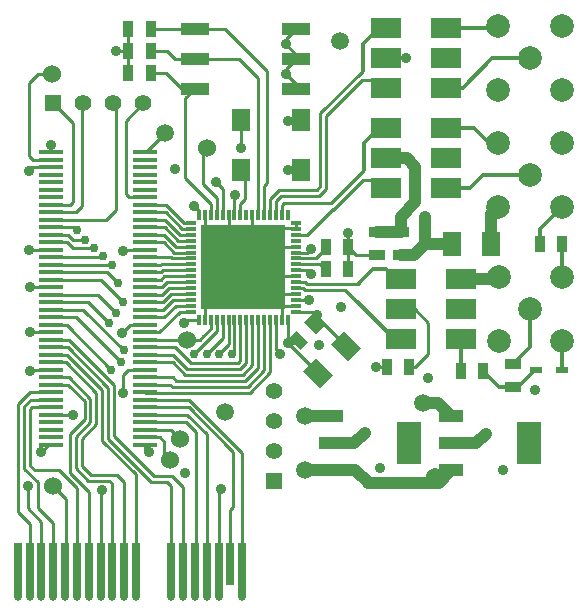
<source format=gtl>
%FSLAX34Y34*%
G04 Gerber Fmt 3.4, Leading zero omitted, Abs format*
G04 (created by PCBNEW (2014-01-02 BZR 4600)-product) date Sun 26 Jan 2014 10:04:54 PM PST*
%MOIN*%
G01*
G70*
G90*
G04 APERTURE LIST*
%ADD10C,0.005906*%
%ADD11R,0.036000X0.012000*%
%ADD12R,0.012000X0.036000*%
%ADD13R,0.285000X0.285000*%
%ADD14C,0.025600*%
%ADD15R,0.025600X0.181100*%
%ADD16R,0.025600X0.141700*%
%ADD17R,0.035000X0.055000*%
%ADD18R,0.060000X0.080000*%
%ADD19R,0.055000X0.035000*%
%ADD20R,0.039400X0.023600*%
%ADD21R,0.061024X0.076772*%
%ADD22R,0.096063X0.044094*%
%ADD23R,0.100000X0.065000*%
%ADD24R,0.080000X0.144000*%
%ADD25R,0.080000X0.040000*%
%ADD26R,0.055000X0.055000*%
%ADD27C,0.055000*%
%ADD28R,0.078740X0.015748*%
%ADD29C,0.060000*%
%ADD30C,0.059100*%
%ADD31C,0.078700*%
%ADD32C,0.035000*%
%ADD33C,0.029528*%
%ADD34C,0.009843*%
%ADD35C,0.010000*%
%ADD36C,0.011811*%
%ADD37C,0.039370*%
G04 APERTURE END LIST*
G54D10*
G54D11*
X6045Y-7201D03*
X6045Y-7401D03*
X6045Y-7601D03*
X6045Y-7791D03*
X6045Y-7991D03*
X6045Y-8191D03*
X6045Y-8381D03*
X6045Y-8581D03*
X6045Y-8781D03*
X6045Y-8981D03*
X6045Y-9171D03*
X6045Y-9371D03*
X6045Y-9571D03*
X6045Y-9761D03*
X6045Y-9961D03*
X6045Y-10161D03*
G54D12*
X6315Y-10431D03*
X6515Y-10431D03*
X6715Y-10431D03*
X6905Y-10431D03*
X7105Y-10431D03*
X7305Y-10431D03*
X7495Y-10431D03*
X7695Y-10431D03*
X7895Y-10431D03*
X8095Y-10431D03*
X8285Y-10431D03*
X8485Y-10431D03*
X8685Y-10431D03*
X8875Y-10431D03*
X9075Y-10431D03*
X9275Y-10431D03*
G54D11*
X9545Y-10161D03*
X9545Y-9961D03*
X9545Y-9761D03*
X9545Y-9571D03*
X9545Y-9371D03*
X9545Y-9171D03*
X9545Y-8981D03*
X9545Y-8781D03*
X9545Y-8581D03*
X9545Y-8381D03*
X9545Y-8191D03*
X9545Y-7991D03*
X9545Y-7791D03*
X9545Y-7601D03*
X9545Y-7401D03*
X9545Y-7201D03*
G54D12*
X9275Y-6931D03*
X9075Y-6931D03*
X8875Y-6931D03*
X8685Y-6931D03*
X8485Y-6931D03*
X8285Y-6931D03*
X8095Y-6931D03*
X7895Y-6931D03*
X7695Y-6931D03*
X7495Y-6931D03*
X7305Y-6931D03*
X7105Y-6931D03*
X6905Y-6931D03*
X6715Y-6931D03*
X6515Y-6931D03*
X6315Y-6931D03*
G54D13*
X7795Y-8681D03*
G54D14*
X7755Y-19685D03*
G54D15*
X275Y-18779D03*
X669Y-18779D03*
X1062Y-18779D03*
X1456Y-18779D03*
X1850Y-18779D03*
X2243Y-18779D03*
X2637Y-18779D03*
X3031Y-18779D03*
X3424Y-18779D03*
X3818Y-18779D03*
X4212Y-18779D03*
X6180Y-18779D03*
X6574Y-18779D03*
X6968Y-18779D03*
G54D16*
X7361Y-18582D03*
G54D15*
X7755Y-18779D03*
X5393Y-18779D03*
X5787Y-18779D03*
G54D14*
X1062Y-19685D03*
X1456Y-19685D03*
X1850Y-19685D03*
X2243Y-19685D03*
X2637Y-19685D03*
X3031Y-19685D03*
X3424Y-19685D03*
X3818Y-19685D03*
X4212Y-19685D03*
X275Y-19685D03*
X5393Y-19685D03*
X5787Y-19685D03*
X6180Y-19685D03*
X6574Y-19685D03*
X6968Y-19685D03*
X669Y-19685D03*
G54D17*
X13327Y-11988D03*
X12577Y-11988D03*
G54D18*
X14743Y-7913D03*
X16043Y-7913D03*
G54D17*
X10530Y-8011D03*
X11280Y-8011D03*
G54D10*
G36*
X10076Y-10263D02*
X10465Y-10652D01*
X10217Y-10899D01*
X9828Y-10510D01*
X10076Y-10263D01*
X10076Y-10263D01*
G37*
G36*
X9546Y-10793D02*
X9934Y-11182D01*
X9687Y-11429D01*
X9298Y-11040D01*
X9546Y-10793D01*
X9546Y-10793D01*
G37*
G36*
X11136Y-10797D02*
X11702Y-11363D01*
X11278Y-11787D01*
X10712Y-11221D01*
X11136Y-10797D01*
X11136Y-10797D01*
G37*
G36*
X10217Y-11716D02*
X10783Y-12282D01*
X10359Y-12706D01*
X9793Y-12140D01*
X10217Y-11716D01*
X10217Y-11716D01*
G37*
G54D19*
X12244Y-7518D03*
X12244Y-8268D03*
G54D17*
X15038Y-12125D03*
X15788Y-12125D03*
G54D19*
X16791Y-12658D03*
X16791Y-11908D03*
G54D20*
X17559Y-12086D03*
X18425Y-12086D03*
G54D21*
X9700Y-3779D03*
X7700Y-3779D03*
X7700Y-5433D03*
X9700Y-5433D03*
G54D22*
X9559Y-2732D03*
X6169Y-2732D03*
X9559Y-1732D03*
X6169Y-1732D03*
X9559Y-732D03*
X6169Y-732D03*
G54D17*
X11280Y-8740D03*
X10530Y-8740D03*
X4705Y-2204D03*
X3955Y-2204D03*
X4705Y-1466D03*
X3955Y-1466D03*
X4705Y-728D03*
X3955Y-728D03*
G54D19*
X13051Y-7518D03*
X13051Y-8268D03*
G54D23*
X14559Y-2696D03*
X14559Y-1696D03*
X14559Y-696D03*
X12559Y-696D03*
X12559Y-1696D03*
X12559Y-2696D03*
X14559Y-6043D03*
X14559Y-5043D03*
X14559Y-4043D03*
X12559Y-4043D03*
X12559Y-5043D03*
X12559Y-6043D03*
G54D24*
X17323Y-14547D03*
G54D25*
X14723Y-14547D03*
X14723Y-15447D03*
X14723Y-13647D03*
G54D24*
X13307Y-14547D03*
G54D25*
X10707Y-14547D03*
X10707Y-15447D03*
X10707Y-13647D03*
G54D17*
X18426Y-7913D03*
X17676Y-7913D03*
G54D26*
X8809Y-15801D03*
G54D27*
X8809Y-14801D03*
X8809Y-13801D03*
X8809Y-12801D03*
G54D28*
X1377Y-4849D03*
X4527Y-4849D03*
X1377Y-5099D03*
X4527Y-5099D03*
X1377Y-5349D03*
X4527Y-5349D03*
X1377Y-5599D03*
X4527Y-5599D03*
X1377Y-5849D03*
X4527Y-5849D03*
X1377Y-6099D03*
X4527Y-6099D03*
X1377Y-6349D03*
X4527Y-6349D03*
X1377Y-6599D03*
X4527Y-6599D03*
X1377Y-6849D03*
X4527Y-6849D03*
X1377Y-7099D03*
X4527Y-7099D03*
X1377Y-7349D03*
X4527Y-7349D03*
X1377Y-7599D03*
X4527Y-7599D03*
X1377Y-7849D03*
X4527Y-7849D03*
X1377Y-8099D03*
X4527Y-8099D03*
X1377Y-8349D03*
X4527Y-8349D03*
X1377Y-8599D03*
X4527Y-8599D03*
X1377Y-8849D03*
X4527Y-8849D03*
X1377Y-9099D03*
X4527Y-9099D03*
X1377Y-9349D03*
X4527Y-9349D03*
X1377Y-9599D03*
X4527Y-9599D03*
X1377Y-9849D03*
X4527Y-9849D03*
X1377Y-10099D03*
X4527Y-10099D03*
X1377Y-10349D03*
X4527Y-10349D03*
X1377Y-10599D03*
X4527Y-10599D03*
X1377Y-10849D03*
X4527Y-10849D03*
X1377Y-11099D03*
X4527Y-11099D03*
X1377Y-11349D03*
X4527Y-11349D03*
X1377Y-11599D03*
X4527Y-11599D03*
X1377Y-11849D03*
X4527Y-11849D03*
X1377Y-12099D03*
X4527Y-12099D03*
X1377Y-12349D03*
X4527Y-12349D03*
X1377Y-12599D03*
X4527Y-12599D03*
X1377Y-12849D03*
X4527Y-12849D03*
X1377Y-13099D03*
X4527Y-13099D03*
X1377Y-13349D03*
X4527Y-13349D03*
X1377Y-13599D03*
X4527Y-13599D03*
X1377Y-13849D03*
X4527Y-13849D03*
X1377Y-14099D03*
X4527Y-14099D03*
X1377Y-14349D03*
X4527Y-14349D03*
X1377Y-14599D03*
X4527Y-14599D03*
G54D26*
X1452Y-3218D03*
G54D27*
X2452Y-3218D03*
X3452Y-3218D03*
X4452Y-3218D03*
G54D29*
X1437Y-15984D03*
X5669Y-14389D03*
G54D30*
X5187Y-4192D03*
G54D29*
X1427Y-2244D03*
X5334Y-15098D03*
G54D30*
X9842Y-15452D03*
X9842Y-13641D03*
G54D29*
X6564Y-4704D03*
X5905Y-11092D03*
G54D30*
X7165Y-13503D03*
X11023Y-1131D03*
X13779Y-13208D03*
G54D23*
X15051Y-11082D03*
X15051Y-10082D03*
X15051Y-9082D03*
X13051Y-9082D03*
X13051Y-10082D03*
X13051Y-11082D03*
G54D31*
X17362Y-10059D03*
X18425Y-11122D03*
X18425Y-8996D03*
X16299Y-8996D03*
X16299Y-11122D03*
X17342Y-5610D03*
X18405Y-6673D03*
X18405Y-4547D03*
X16279Y-4547D03*
X16279Y-6673D03*
X17342Y-1712D03*
X18405Y-2775D03*
X18405Y-649D03*
X16279Y-649D03*
X16279Y-2775D03*
G54D32*
X13956Y-12381D03*
X10039Y-8897D03*
X9980Y-9763D03*
X17519Y-12775D03*
X10039Y-8070D03*
X7519Y-6279D03*
X9271Y-5452D03*
X16456Y-15433D03*
X6874Y-5850D03*
X9212Y-1240D03*
X9212Y-2224D03*
X12362Y-15374D03*
X5826Y-10531D03*
X6141Y-6633D03*
X9271Y-3799D03*
X13208Y-1712D03*
X12204Y-11988D03*
X11279Y-7549D03*
X11043Y-10000D03*
X7716Y-4704D03*
X5511Y-5393D03*
X3543Y-1476D03*
X639Y-5472D03*
X3789Y-12883D03*
X2125Y-13602D03*
X3080Y-16102D03*
X7057Y-16053D03*
X5846Y-15521D03*
X3779Y-8120D03*
X659Y-8100D03*
X669Y-9350D03*
X3740Y-10885D03*
X669Y-10846D03*
X669Y-12145D03*
X610Y-15964D03*
X10314Y-11279D03*
X6653Y-9153D03*
X7519Y-9153D03*
X6653Y-8287D03*
X7519Y-8287D03*
X8425Y-8287D03*
X9015Y-8287D03*
X9015Y-9153D03*
X8425Y-9153D03*
X9015Y-9822D03*
X8425Y-9822D03*
X7519Y-9822D03*
X6653Y-9822D03*
X9015Y-7539D03*
X8425Y-7539D03*
X7519Y-7539D03*
X6653Y-7539D03*
X15866Y-14232D03*
X11850Y-14192D03*
X10236Y-10255D03*
X9291Y-11200D03*
X4645Y-14842D03*
X1062Y-14842D03*
G54D33*
X3385Y-12086D03*
X3700Y-11830D03*
X3799Y-11437D03*
X3307Y-10531D03*
X3543Y-10196D03*
X3779Y-9832D03*
X3602Y-9202D03*
X3415Y-8592D03*
X3120Y-8287D03*
X2805Y-8051D03*
X2529Y-7755D03*
X2244Y-7450D03*
G54D32*
X1377Y-4616D03*
X9005Y-11555D03*
G54D33*
X6988Y-11555D03*
X6161Y-11555D03*
X6574Y-11555D03*
X7401Y-11555D03*
G54D32*
X13838Y-6988D03*
X14173Y-15570D03*
G54D34*
X9545Y-9761D02*
X9977Y-9761D01*
X9977Y-9761D02*
X9980Y-9763D01*
X9545Y-8781D02*
X9903Y-8781D01*
X9903Y-8781D02*
X10039Y-8897D01*
X9977Y-9761D02*
X9980Y-9763D01*
X9545Y-8191D02*
X9919Y-8191D01*
X9919Y-8191D02*
X10039Y-8070D01*
X7495Y-6931D02*
X7495Y-6303D01*
X7495Y-6303D02*
X7519Y-6279D01*
G54D35*
X7495Y-6303D02*
X7519Y-6279D01*
G54D34*
X9700Y-5433D02*
X9291Y-5433D01*
X9291Y-5433D02*
X9271Y-5452D01*
X7105Y-6081D02*
X6874Y-5850D01*
X7105Y-6931D02*
X7105Y-6081D01*
X9212Y-1240D02*
X9212Y-1078D01*
X9559Y-1586D02*
X9212Y-1240D01*
X9559Y-1732D02*
X9559Y-1586D01*
X9212Y-1078D02*
X9559Y-732D01*
X9212Y-2224D02*
X9212Y-2078D01*
X9559Y-2570D02*
X9212Y-2224D01*
X9559Y-2732D02*
X9559Y-2570D01*
X9212Y-2078D02*
X9559Y-1732D01*
G54D35*
X6315Y-10431D02*
X5927Y-10431D01*
X5927Y-10431D02*
X5826Y-10531D01*
X6315Y-6931D02*
X6315Y-6807D01*
X6315Y-6807D02*
X6141Y-6633D01*
G54D34*
X9545Y-9571D02*
X8685Y-9571D01*
X8685Y-9571D02*
X7795Y-8681D01*
X7305Y-6931D02*
X7305Y-8191D01*
X7305Y-8191D02*
X7795Y-8681D01*
X8095Y-6931D02*
X8095Y-8381D01*
X8095Y-8381D02*
X7795Y-8681D01*
X9545Y-8981D02*
X8095Y-8981D01*
X8095Y-8981D02*
X7795Y-8681D01*
X9545Y-9961D02*
X9075Y-9961D01*
X9075Y-9961D02*
X7795Y-8681D01*
X9700Y-3779D02*
X9291Y-3779D01*
X9291Y-3779D02*
X9271Y-3799D01*
X7716Y-4704D02*
X7716Y-3795D01*
X7716Y-3795D02*
X7700Y-3779D01*
G54D36*
X12559Y-1696D02*
X13192Y-1696D01*
X13192Y-1696D02*
X13208Y-1712D01*
X14559Y-696D02*
X16232Y-696D01*
X16232Y-696D02*
X16279Y-649D01*
X16279Y-4547D02*
X15984Y-4547D01*
X15480Y-4043D02*
X14559Y-4043D01*
X15984Y-4547D02*
X15480Y-4043D01*
X17676Y-7913D02*
X17676Y-7402D01*
X17676Y-7402D02*
X18405Y-6673D01*
G54D34*
X12244Y-8268D02*
X11537Y-8268D01*
X11537Y-8268D02*
X11280Y-8011D01*
X12577Y-11988D02*
X12204Y-11988D01*
G54D37*
X13779Y-13208D02*
X14285Y-13208D01*
X14285Y-13208D02*
X14723Y-13647D01*
X10707Y-13647D02*
X9848Y-13647D01*
X9848Y-13647D02*
X9842Y-13641D01*
X16043Y-7913D02*
X16043Y-6909D01*
X16043Y-6909D02*
X16279Y-6673D01*
G54D34*
X11280Y-8011D02*
X11280Y-7550D01*
X11280Y-7550D02*
X11279Y-7549D01*
X11280Y-8011D02*
X11280Y-8740D01*
X7700Y-4688D02*
X7716Y-4704D01*
X3955Y-1466D02*
X3553Y-1466D01*
X3553Y-1466D02*
X3543Y-1476D01*
X3955Y-1466D02*
X3955Y-728D01*
X3955Y-2204D02*
X3955Y-1466D01*
X1377Y-5349D02*
X762Y-5349D01*
X762Y-5349D02*
X639Y-5472D01*
X3963Y-12099D02*
X3789Y-12273D01*
X3789Y-12273D02*
X3789Y-12883D01*
X3963Y-12099D02*
X4527Y-12099D01*
X2123Y-13599D02*
X1377Y-13599D01*
X2123Y-13599D02*
X2125Y-13602D01*
X3031Y-18779D02*
X3031Y-16151D01*
X3031Y-16151D02*
X3080Y-16102D01*
X6968Y-18779D02*
X6968Y-16141D01*
X6968Y-16141D02*
X7057Y-16053D01*
X4527Y-8099D02*
X3800Y-8099D01*
X3800Y-8099D02*
X3779Y-8120D01*
X1377Y-8099D02*
X660Y-8099D01*
X660Y-8099D02*
X659Y-8100D01*
X1377Y-9349D02*
X670Y-9349D01*
X670Y-9349D02*
X669Y-9350D01*
X4527Y-10599D02*
X4026Y-10599D01*
X4026Y-10599D02*
X3740Y-10885D01*
X1377Y-10849D02*
X672Y-10849D01*
X672Y-10849D02*
X669Y-10846D01*
X1377Y-12099D02*
X715Y-12099D01*
X715Y-12099D02*
X669Y-12145D01*
X1062Y-18779D02*
X1062Y-17165D01*
X610Y-16712D02*
X610Y-15964D01*
X1062Y-17165D02*
X610Y-16712D01*
G54D35*
X6515Y-10431D02*
X6515Y-9961D01*
X6515Y-9961D02*
X7795Y-8681D01*
X9075Y-10431D02*
X9075Y-9961D01*
X9075Y-9961D02*
X7795Y-8681D01*
X9075Y-9961D02*
X7795Y-8681D01*
X8095Y-8981D02*
X7795Y-8681D01*
X9545Y-7991D02*
X8485Y-7991D01*
X8485Y-7991D02*
X7795Y-8681D01*
X9545Y-7201D02*
X9545Y-7401D01*
X9545Y-7401D02*
X9526Y-7381D01*
X9526Y-7381D02*
X9094Y-7381D01*
X9094Y-7381D02*
X7795Y-8681D01*
X8095Y-8381D02*
X7795Y-8681D01*
X7305Y-8191D02*
X7795Y-8681D01*
X6515Y-6931D02*
X6515Y-7401D01*
X6515Y-7401D02*
X7795Y-8681D01*
X6653Y-9153D02*
X7125Y-8681D01*
X7125Y-8681D02*
X7795Y-8681D01*
X7519Y-9153D02*
X7795Y-8877D01*
X7795Y-8877D02*
X7795Y-8681D01*
X6653Y-8287D02*
X7047Y-8681D01*
X7047Y-8681D02*
X7795Y-8681D01*
X7519Y-8287D02*
X7795Y-8562D01*
X7795Y-8562D02*
X7795Y-8681D01*
X8425Y-8287D02*
X8031Y-8681D01*
X8031Y-8681D02*
X7795Y-8681D01*
X9015Y-8287D02*
X8622Y-8681D01*
X8622Y-8681D02*
X7795Y-8681D01*
X9015Y-9153D02*
X8543Y-8681D01*
X8543Y-8681D02*
X7795Y-8681D01*
X7952Y-8681D02*
X7795Y-8681D01*
X8425Y-9153D02*
X7952Y-8681D01*
X9015Y-9822D02*
X7874Y-8681D01*
X7874Y-8681D02*
X7795Y-8681D01*
X7795Y-9192D02*
X7795Y-8681D01*
X8425Y-9822D02*
X7795Y-9192D01*
X7795Y-9547D02*
X7795Y-8681D01*
X7519Y-9822D02*
X7795Y-9547D01*
X6653Y-9822D02*
X7795Y-8681D01*
X9015Y-7539D02*
X7874Y-8681D01*
X7874Y-8681D02*
X7795Y-8681D01*
X7795Y-8169D02*
X7795Y-8681D01*
X8425Y-7539D02*
X7795Y-8169D01*
X7795Y-7814D02*
X7795Y-8681D01*
X7519Y-7539D02*
X7795Y-7814D01*
X6653Y-7539D02*
X7795Y-8681D01*
G54D37*
X14723Y-14547D02*
X15551Y-14547D01*
X15551Y-14547D02*
X15866Y-14232D01*
X10707Y-14547D02*
X11496Y-14547D01*
X11496Y-14547D02*
X11850Y-14192D01*
G54D34*
X13327Y-11988D02*
X13523Y-11988D01*
X13507Y-10082D02*
X13051Y-10082D01*
X13956Y-10531D02*
X13507Y-10082D01*
X13956Y-11555D02*
X13956Y-10531D01*
X13523Y-11988D02*
X13956Y-11555D01*
X9545Y-8381D02*
X10200Y-8381D01*
X10200Y-8381D02*
X10530Y-8051D01*
G54D35*
X10236Y-10255D02*
X10236Y-10320D01*
X10236Y-10320D02*
X11207Y-11292D01*
X10236Y-10255D02*
X10236Y-10492D01*
X10236Y-10492D02*
X10147Y-10581D01*
X9545Y-10161D02*
X10141Y-10161D01*
X10141Y-10161D02*
X10236Y-10255D01*
X9291Y-11200D02*
X9291Y-11214D01*
X9291Y-11214D02*
X10288Y-12211D01*
X9291Y-11200D02*
X9527Y-11200D01*
X9527Y-11200D02*
X9616Y-11111D01*
X9275Y-10431D02*
X9275Y-11184D01*
X9275Y-11184D02*
X9291Y-11200D01*
G54D37*
X13051Y-7518D02*
X13051Y-6988D01*
X13232Y-5043D02*
X12559Y-5043D01*
X13523Y-5334D02*
X13232Y-5043D01*
X13523Y-6515D02*
X13523Y-5334D01*
X13051Y-6988D02*
X13523Y-6515D01*
X12244Y-7518D02*
X13051Y-7518D01*
G54D36*
X15051Y-11082D02*
X15051Y-12113D01*
X15051Y-12113D02*
X15038Y-12125D01*
X15788Y-12125D02*
X15788Y-12126D01*
X16319Y-12658D02*
X16791Y-12658D01*
X15788Y-12126D02*
X16319Y-12658D01*
X16791Y-12658D02*
X16947Y-12658D01*
X17519Y-12086D02*
X17559Y-12086D01*
X16947Y-12658D02*
X17519Y-12086D01*
X17362Y-10059D02*
X17362Y-11337D01*
X17362Y-11337D02*
X16791Y-11908D01*
G54D34*
X4527Y-14724D02*
X4645Y-14842D01*
X4527Y-14599D02*
X4527Y-14724D01*
X1306Y-14599D02*
X1062Y-14842D01*
X1306Y-14599D02*
X1377Y-14599D01*
X7361Y-14743D02*
X7460Y-14842D01*
X5967Y-13349D02*
X7361Y-14743D01*
X4527Y-13349D02*
X5967Y-13349D01*
X7361Y-16762D02*
X7361Y-18582D01*
X7460Y-16663D02*
X7361Y-16762D01*
X7460Y-14842D02*
X7460Y-16663D01*
X688Y-14763D02*
X688Y-15295D01*
X745Y-13349D02*
X688Y-13405D01*
X688Y-13405D02*
X688Y-14763D01*
X1377Y-13349D02*
X745Y-13349D01*
X2243Y-16042D02*
X2243Y-18779D01*
X1653Y-15452D02*
X2243Y-16042D01*
X846Y-15452D02*
X1653Y-15452D01*
X688Y-15295D02*
X846Y-15452D01*
X7755Y-18779D02*
X7755Y-14862D01*
X5993Y-13099D02*
X7755Y-14862D01*
X5993Y-13099D02*
X4527Y-13099D01*
X492Y-14763D02*
X492Y-15393D01*
X699Y-13099D02*
X492Y-13307D01*
X492Y-13307D02*
X492Y-14763D01*
X1377Y-13099D02*
X699Y-13099D01*
X1456Y-17204D02*
X1456Y-18779D01*
X944Y-16692D02*
X1456Y-17204D01*
X944Y-15846D02*
X944Y-16692D01*
X492Y-15393D02*
X944Y-15846D01*
X5551Y-12854D02*
X4532Y-12854D01*
X8011Y-12854D02*
X5551Y-12854D01*
X8685Y-12180D02*
X8011Y-12854D01*
X8685Y-10431D02*
X8685Y-12180D01*
X4532Y-12854D02*
X4527Y-12849D01*
X295Y-14763D02*
X295Y-16850D01*
X674Y-12849D02*
X295Y-13228D01*
X295Y-13228D02*
X295Y-14763D01*
X1377Y-12849D02*
X674Y-12849D01*
X669Y-17224D02*
X669Y-18779D01*
X295Y-16850D02*
X669Y-17224D01*
X5551Y-12657D02*
X5423Y-12657D01*
X7933Y-12657D02*
X5551Y-12657D01*
X8485Y-12105D02*
X7933Y-12657D01*
X8485Y-10431D02*
X8485Y-12105D01*
X5365Y-12599D02*
X4527Y-12599D01*
X5423Y-12657D02*
X5365Y-12599D01*
X2007Y-14744D02*
X2007Y-15531D01*
X1949Y-12599D02*
X2500Y-13149D01*
X2500Y-13149D02*
X2500Y-13740D01*
X2500Y-13740D02*
X2007Y-14232D01*
X2007Y-14232D02*
X2007Y-14744D01*
X1377Y-12599D02*
X1949Y-12599D01*
X2637Y-16161D02*
X2637Y-18779D01*
X2007Y-15531D02*
X2637Y-16161D01*
X5551Y-12460D02*
X5433Y-12342D01*
X7854Y-12460D02*
X5551Y-12460D01*
X8285Y-12029D02*
X7854Y-12460D01*
X8285Y-10431D02*
X8285Y-12029D01*
X4534Y-12342D02*
X4527Y-12349D01*
X5433Y-12342D02*
X4534Y-12342D01*
X3405Y-15866D02*
X3405Y-18760D01*
X2204Y-15374D02*
X2618Y-15787D01*
X2618Y-15787D02*
X3326Y-15787D01*
X3326Y-15787D02*
X3405Y-15866D01*
X1377Y-12349D02*
X1975Y-12349D01*
X2204Y-14330D02*
X2204Y-14744D01*
X2696Y-13838D02*
X2204Y-14330D01*
X2696Y-13070D02*
X2696Y-13838D01*
X1975Y-12349D02*
X2696Y-13070D01*
X2204Y-14744D02*
X2204Y-15374D01*
X3405Y-18760D02*
X3424Y-18779D01*
X4527Y-11849D02*
X5432Y-11849D01*
X5432Y-11849D02*
X5846Y-12263D01*
X8095Y-10431D02*
X8095Y-11944D01*
X8095Y-11944D02*
X7775Y-12263D01*
X7775Y-12263D02*
X5846Y-12263D01*
X1377Y-11849D02*
X1888Y-11849D01*
X3818Y-15826D02*
X3818Y-18779D01*
X3818Y-18779D02*
X3818Y-18779D01*
X2421Y-14744D02*
X2421Y-15295D01*
X2893Y-13917D02*
X2421Y-14389D01*
X2421Y-14389D02*
X2421Y-14744D01*
X2716Y-15590D02*
X3582Y-15590D01*
X2421Y-15295D02*
X2716Y-15590D01*
X3582Y-15590D02*
X3818Y-15826D01*
X2893Y-12854D02*
X2893Y-13917D01*
X1888Y-11849D02*
X2893Y-12854D01*
X4527Y-11599D02*
X5457Y-11599D01*
X5457Y-11599D02*
X5925Y-12066D01*
X7895Y-10431D02*
X7895Y-11868D01*
X7895Y-11868D02*
X7696Y-12066D01*
X7696Y-12066D02*
X5925Y-12066D01*
X4212Y-15925D02*
X4212Y-15580D01*
X4212Y-18779D02*
X4212Y-15925D01*
X1914Y-11599D02*
X3090Y-12775D01*
X3090Y-12775D02*
X3090Y-13917D01*
X1914Y-11599D02*
X1377Y-11599D01*
X3090Y-14458D02*
X3090Y-13917D01*
X4212Y-15580D02*
X3090Y-14458D01*
X4527Y-11349D02*
X5512Y-11349D01*
X5512Y-11349D02*
X6033Y-11870D01*
X7695Y-10431D02*
X7695Y-11792D01*
X7695Y-11792D02*
X7618Y-11870D01*
X7618Y-11870D02*
X6033Y-11870D01*
X3720Y-14822D02*
X3287Y-14389D01*
X3720Y-14822D02*
X4724Y-15826D01*
X4724Y-15826D02*
X5236Y-15826D01*
X5236Y-15826D02*
X5393Y-15984D01*
X5393Y-18779D02*
X5393Y-15984D01*
X1939Y-11349D02*
X3287Y-12696D01*
X3287Y-12696D02*
X3287Y-13917D01*
X1939Y-11349D02*
X1377Y-11349D01*
X3287Y-14389D02*
X3287Y-13917D01*
X5905Y-11092D02*
X6348Y-11092D01*
X4527Y-11099D02*
X5898Y-11099D01*
X5898Y-11099D02*
X5905Y-11092D01*
X6715Y-10725D02*
X6456Y-10984D01*
X6348Y-11092D02*
X6456Y-10984D01*
X6715Y-10725D02*
X6715Y-10431D01*
X6341Y-11099D02*
X6348Y-11092D01*
X4527Y-14349D02*
X4999Y-14349D01*
X5157Y-14921D02*
X5334Y-15098D01*
X5157Y-14507D02*
X5157Y-14921D01*
X4999Y-14349D02*
X5157Y-14507D01*
X3917Y-14744D02*
X3484Y-14311D01*
X3917Y-14744D02*
X4803Y-15629D01*
X5413Y-15629D02*
X4803Y-15629D01*
X1965Y-11099D02*
X3484Y-12618D01*
X3484Y-12618D02*
X3484Y-13917D01*
X1965Y-11099D02*
X1377Y-11099D01*
X3484Y-14311D02*
X3484Y-13917D01*
X5413Y-15629D02*
X5787Y-16003D01*
X5787Y-18779D02*
X5787Y-18779D01*
X5787Y-16003D02*
X5787Y-18779D01*
X5413Y-15629D02*
X5433Y-15629D01*
X4527Y-10849D02*
X4987Y-10849D01*
X5675Y-10161D02*
X6045Y-10161D01*
X4987Y-10849D02*
X5675Y-10161D01*
X1898Y-10599D02*
X3385Y-12086D01*
X1377Y-10599D02*
X1898Y-10599D01*
X4527Y-10349D02*
X5142Y-10349D01*
X5531Y-9961D02*
X6045Y-9961D01*
X5142Y-10349D02*
X5531Y-9961D01*
X2219Y-10349D02*
X3700Y-11830D01*
X2219Y-10349D02*
X1377Y-10349D01*
X4527Y-10099D02*
X5117Y-10099D01*
X5455Y-9761D02*
X6045Y-9761D01*
X5117Y-10099D02*
X5455Y-9761D01*
X2461Y-10099D02*
X3799Y-11437D01*
X2461Y-10099D02*
X1377Y-10099D01*
X4527Y-9849D02*
X5101Y-9849D01*
X5379Y-9571D02*
X6045Y-9571D01*
X5101Y-9849D02*
X5379Y-9571D01*
X1377Y-9849D02*
X2625Y-9849D01*
X2625Y-9849D02*
X3307Y-10531D01*
X4527Y-9599D02*
X5085Y-9599D01*
X5313Y-9371D02*
X6045Y-9371D01*
X5085Y-9599D02*
X5313Y-9371D01*
X2945Y-9599D02*
X3543Y-10196D01*
X1377Y-9599D02*
X2945Y-9599D01*
X4527Y-9349D02*
X5069Y-9349D01*
X5248Y-9171D02*
X6045Y-9171D01*
X5069Y-9349D02*
X5248Y-9171D01*
X4527Y-9099D02*
X5044Y-9099D01*
X5162Y-8981D02*
X6045Y-8981D01*
X5044Y-9099D02*
X5162Y-8981D01*
X1377Y-9099D02*
X3046Y-9099D01*
X3046Y-9099D02*
X3779Y-9832D01*
X4527Y-8849D02*
X5038Y-8849D01*
X5106Y-8781D02*
X6045Y-8781D01*
X5038Y-8849D02*
X5106Y-8781D01*
X3249Y-8849D02*
X3602Y-9202D01*
X3249Y-8849D02*
X1377Y-8849D01*
X4527Y-8599D02*
X5042Y-8599D01*
X5060Y-8581D02*
X6045Y-8581D01*
X5042Y-8599D02*
X5060Y-8581D01*
X4527Y-14099D02*
X5378Y-14099D01*
X5378Y-14099D02*
X5669Y-14389D01*
X3408Y-8599D02*
X3415Y-8592D01*
X1377Y-8599D02*
X3408Y-8599D01*
X4527Y-8349D02*
X5367Y-8349D01*
X5398Y-8381D02*
X6045Y-8381D01*
X5367Y-8349D02*
X5398Y-8381D01*
X3058Y-8349D02*
X3120Y-8287D01*
X3058Y-8349D02*
X1377Y-8349D01*
X4527Y-7849D02*
X5132Y-7849D01*
X5474Y-8191D02*
X6045Y-8191D01*
X5132Y-7849D02*
X5474Y-8191D01*
X1377Y-7849D02*
X1914Y-7849D01*
X2116Y-8051D02*
X2805Y-8051D01*
X1914Y-7849D02*
X2116Y-8051D01*
X4527Y-7599D02*
X5148Y-7599D01*
X5540Y-7991D02*
X6045Y-7991D01*
X5148Y-7599D02*
X5540Y-7991D01*
X1959Y-7599D02*
X2116Y-7755D01*
X2116Y-7755D02*
X2529Y-7755D01*
X1959Y-7599D02*
X1377Y-7599D01*
X4527Y-7349D02*
X5164Y-7349D01*
X5606Y-7791D02*
X6045Y-7791D01*
X5164Y-7349D02*
X5606Y-7791D01*
X2142Y-7349D02*
X2244Y-7450D01*
X1377Y-7349D02*
X2142Y-7349D01*
X4527Y-7099D02*
X5180Y-7099D01*
X5681Y-7601D02*
X6045Y-7601D01*
X5180Y-7099D02*
X5681Y-7601D01*
X1377Y-7099D02*
X3225Y-7099D01*
X3562Y-3328D02*
X3452Y-3218D01*
X3562Y-6761D02*
X3562Y-3328D01*
X3225Y-7099D02*
X3562Y-6761D01*
X4527Y-6849D02*
X5205Y-6849D01*
X5757Y-7401D02*
X6045Y-7401D01*
X5205Y-6849D02*
X5757Y-7401D01*
X1377Y-6849D02*
X2205Y-6849D01*
X2411Y-3259D02*
X2452Y-3218D01*
X2411Y-6643D02*
X2411Y-3259D01*
X2205Y-6849D02*
X2411Y-6643D01*
X4527Y-6599D02*
X5221Y-6599D01*
X5823Y-7201D02*
X6045Y-7201D01*
X5221Y-6599D02*
X5823Y-7201D01*
X1377Y-6599D02*
X2002Y-6599D01*
X2106Y-3872D02*
X1452Y-3218D01*
X2106Y-6496D02*
X2106Y-3872D01*
X2002Y-6599D02*
X2106Y-6496D01*
X4527Y-6349D02*
X3967Y-6349D01*
X3868Y-3803D02*
X4452Y-3218D01*
X3868Y-6250D02*
X3868Y-3803D01*
X3967Y-6349D02*
X3868Y-6250D01*
X4527Y-13849D02*
X5876Y-13849D01*
X6200Y-18759D02*
X6180Y-18779D01*
X6200Y-14173D02*
X6200Y-18759D01*
X5876Y-13849D02*
X6200Y-14173D01*
X1377Y-5099D02*
X768Y-5099D01*
X944Y-2244D02*
X1427Y-2244D01*
X649Y-2539D02*
X944Y-2244D01*
X649Y-4980D02*
X649Y-2539D01*
X768Y-5099D02*
X649Y-4980D01*
X1377Y-4849D02*
X1377Y-4616D01*
X4527Y-4849D02*
X4530Y-4849D01*
X4530Y-4849D02*
X5187Y-4192D01*
X6574Y-18779D02*
X6574Y-14251D01*
X5922Y-13599D02*
X6574Y-14251D01*
X5922Y-13599D02*
X4527Y-13599D01*
X1437Y-15984D02*
X1870Y-16417D01*
X1870Y-18760D02*
X1850Y-18779D01*
X1870Y-16417D02*
X1870Y-18760D01*
G54D36*
X18425Y-8996D02*
X18425Y-7914D01*
X18425Y-7914D02*
X18426Y-7913D01*
X18425Y-12086D02*
X18425Y-11122D01*
X18425Y-11122D02*
X18425Y-11122D01*
G54D37*
X15051Y-9082D02*
X16212Y-9082D01*
X16212Y-9082D02*
X16299Y-8996D01*
G54D34*
X7854Y-6417D02*
X7854Y-5586D01*
G54D35*
X7695Y-6931D02*
X7695Y-6576D01*
G54D34*
X7695Y-6576D02*
X7854Y-6417D01*
X7854Y-5586D02*
X7700Y-5433D01*
X7854Y-5724D02*
X7700Y-5570D01*
X6715Y-6931D02*
X6715Y-6553D01*
X5862Y-3039D02*
X6169Y-2732D01*
X5862Y-5700D02*
X5862Y-3039D01*
X6715Y-6553D02*
X5862Y-5700D01*
X6169Y-2732D02*
X5753Y-2732D01*
X5226Y-2204D02*
X4705Y-2204D01*
X5753Y-2732D02*
X5226Y-2204D01*
X6169Y-1732D02*
X5501Y-1732D01*
X5236Y-1466D02*
X4705Y-1466D01*
X5501Y-1732D02*
X5236Y-1466D01*
X8285Y-2381D02*
X8285Y-2379D01*
X7637Y-1732D02*
X6169Y-1732D01*
X8285Y-2379D02*
X7637Y-1732D01*
X8285Y-6931D02*
X8285Y-2381D01*
X8285Y-2381D02*
X8285Y-2364D01*
X8285Y-2364D02*
X8287Y-2362D01*
X6169Y-732D02*
X4709Y-732D01*
X4709Y-732D02*
X4705Y-728D01*
X8485Y-6931D02*
X8485Y-5973D01*
X7179Y-732D02*
X6169Y-732D01*
X8572Y-2125D02*
X7179Y-732D01*
X8572Y-5885D02*
X8572Y-2125D01*
X8485Y-5973D02*
X8572Y-5885D01*
X6905Y-6931D02*
X6905Y-6381D01*
X6433Y-4836D02*
X6564Y-4704D01*
X6433Y-5909D02*
X6433Y-4836D01*
X6905Y-6381D02*
X6433Y-5909D01*
G54D36*
X14559Y-2696D02*
X15098Y-2696D01*
X16082Y-1712D02*
X17342Y-1712D01*
X15098Y-2696D02*
X16082Y-1712D01*
X14559Y-6043D02*
X15334Y-6043D01*
X15767Y-5610D02*
X17342Y-5610D01*
X15334Y-6043D02*
X15767Y-5610D01*
G54D34*
X8875Y-10431D02*
X8875Y-11424D01*
X8875Y-11424D02*
X9005Y-11555D01*
X9545Y-8581D02*
X10332Y-8581D01*
X10332Y-8581D02*
X10530Y-8779D01*
G54D36*
X11771Y-2125D02*
X11771Y-1240D01*
G54D34*
X8685Y-6393D02*
X8976Y-6102D01*
X8976Y-6102D02*
X10216Y-6102D01*
X8685Y-6931D02*
X8685Y-6393D01*
X10354Y-5984D02*
X10354Y-3543D01*
X10236Y-6102D02*
X10354Y-5984D01*
X10216Y-6102D02*
X10236Y-6102D01*
X10354Y-3543D02*
X11771Y-2125D01*
G54D36*
X12314Y-696D02*
X12559Y-696D01*
X11771Y-1240D02*
X12314Y-696D01*
G54D34*
X10551Y-3622D02*
X11751Y-2421D01*
X12283Y-2421D02*
X12559Y-2696D01*
X11751Y-2421D02*
X12283Y-2421D01*
X10236Y-6299D02*
X10314Y-6299D01*
X8875Y-6479D02*
X9055Y-6299D01*
X9055Y-6299D02*
X10236Y-6299D01*
X8875Y-6931D02*
X8875Y-6479D01*
X10551Y-6062D02*
X10551Y-3622D01*
X10314Y-6299D02*
X10551Y-6062D01*
G54D36*
X11811Y-5452D02*
X11811Y-4547D01*
G54D34*
X10236Y-6535D02*
X10728Y-6535D01*
X9075Y-6613D02*
X9153Y-6535D01*
X9153Y-6535D02*
X10236Y-6535D01*
X9075Y-6931D02*
X9075Y-6613D01*
X10728Y-6535D02*
X11161Y-6102D01*
X11811Y-5452D02*
X11161Y-6102D01*
G54D36*
X12314Y-4043D02*
X12559Y-4043D01*
X11811Y-4547D02*
X12314Y-4043D01*
G54D34*
X10767Y-6771D02*
X11771Y-5767D01*
X9545Y-7601D02*
X9938Y-7601D01*
G54D36*
X10767Y-6771D02*
X9938Y-7601D01*
G54D34*
X12283Y-5767D02*
X12559Y-6043D01*
X11771Y-5767D02*
X12283Y-5767D01*
X9842Y-9429D02*
X11181Y-9429D01*
X9545Y-9371D02*
X9784Y-9371D01*
X9784Y-9371D02*
X9842Y-9429D01*
G54D36*
X12834Y-11082D02*
X11279Y-9527D01*
X12834Y-11082D02*
X13051Y-11082D01*
G54D34*
X11181Y-9429D02*
X11279Y-9527D01*
X11299Y-9232D02*
X11633Y-9232D01*
X9860Y-9171D02*
X9921Y-9232D01*
X9921Y-9232D02*
X11299Y-9232D01*
X9545Y-9171D02*
X9860Y-9171D01*
G54D36*
X12901Y-9082D02*
X12559Y-8740D01*
X12559Y-8740D02*
X12125Y-8740D01*
X12125Y-8740D02*
X11653Y-9212D01*
X12901Y-9082D02*
X13051Y-9082D01*
G54D34*
X11633Y-9232D02*
X11653Y-9212D01*
X7305Y-10431D02*
X7305Y-11238D01*
X7305Y-11238D02*
X6988Y-11555D01*
X6905Y-10811D02*
X6161Y-11555D01*
X6905Y-10811D02*
X6905Y-10431D01*
X7105Y-11024D02*
X7105Y-10431D01*
X7105Y-11024D02*
X6574Y-11555D01*
X7495Y-11461D02*
X7495Y-10431D01*
X7495Y-11461D02*
X7401Y-11555D01*
G54D37*
X11968Y-15885D02*
X14074Y-15885D01*
X14074Y-15885D02*
X14094Y-15866D01*
X13838Y-6988D02*
X13838Y-7913D01*
X13838Y-7913D02*
X14743Y-7913D01*
X13051Y-8268D02*
X13483Y-8268D01*
X13483Y-8268D02*
X13838Y-7913D01*
X14094Y-15866D02*
X14094Y-15649D01*
X14094Y-15649D02*
X14173Y-15570D01*
X10707Y-15447D02*
X11529Y-15447D01*
X14304Y-15866D02*
X14723Y-15447D01*
X14094Y-15866D02*
X14304Y-15866D01*
X11529Y-15447D02*
X11968Y-15885D01*
X11968Y-15885D02*
X11948Y-15866D01*
X10707Y-15447D02*
X9848Y-15447D01*
X9848Y-15447D02*
X9842Y-15452D01*
M02*

</source>
